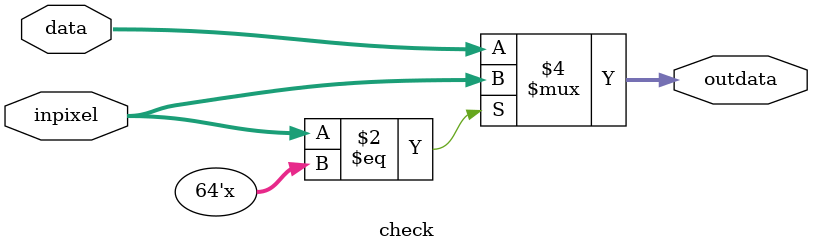
<source format=v>
`timescale 1ns / 1ps


module check(input [63:0]inpixel, input[63:0]data, output reg[63:0]outdata);
    always @*
    begin
        if (inpixel[63:0] == 64'bxxxxxxxxxxxxxxxxxxxxxxxxxxxxxxxxxxxxxxxxxxxxxxxxxxxxxxxxxxxxxxxx)
        begin
            outdata[63:0] = inpixel[63:0];
        end else begin
            outdata[63:0] = data[63:0];
        end
    end
endmodule

</source>
